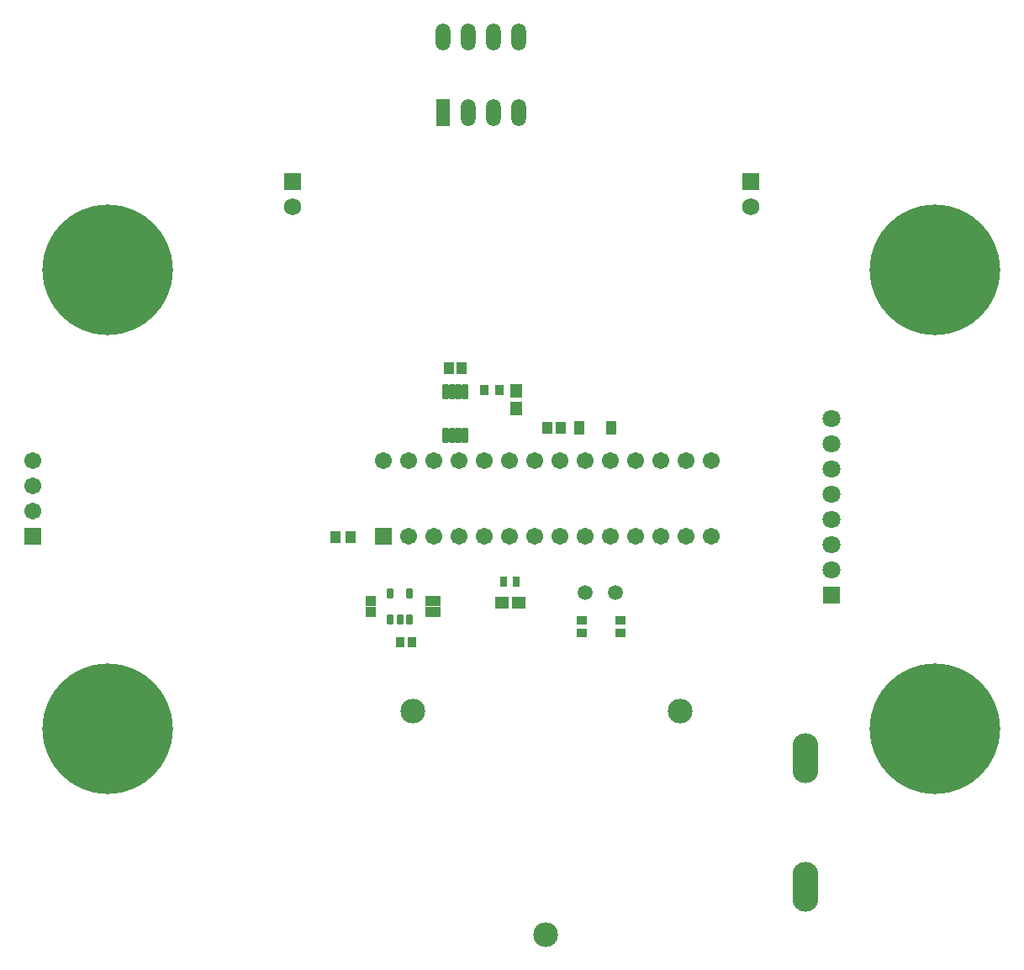
<source format=gts>
G04*
G04 #@! TF.GenerationSoftware,Altium Limited,Altium Designer,20.0.12 (288)*
G04*
G04 Layer_Color=8388736*
%FSLAX24Y24*%
%MOIN*%
G70*
G01*
G75*
%ADD17R,0.0434X0.0493*%
%ADD18R,0.0438X0.0560*%
%ADD19R,0.0356X0.0434*%
G04:AMPARAMS|DCode=20|XSize=25.7mil|YSize=61.1mil|CornerRadius=5.9mil|HoleSize=0mil|Usage=FLASHONLY|Rotation=0.000|XOffset=0mil|YOffset=0mil|HoleType=Round|Shape=RoundedRectangle|*
%AMROUNDEDRECTD20*
21,1,0.0257,0.0493,0,0,0.0*
21,1,0.0138,0.0611,0,0,0.0*
1,1,0.0119,0.0069,-0.0246*
1,1,0.0119,-0.0069,-0.0246*
1,1,0.0119,-0.0069,0.0246*
1,1,0.0119,0.0069,0.0246*
%
%ADD20ROUNDEDRECTD20*%
%ADD21R,0.0513X0.0572*%
%ADD22R,0.0415X0.0375*%
%ADD23R,0.0434X0.0474*%
%ADD24R,0.0572X0.0513*%
%ADD25R,0.0415X0.0415*%
G04:AMPARAMS|DCode=26|XSize=29.7mil|YSize=39.5mil|CornerRadius=5.9mil|HoleSize=0mil|Usage=FLASHONLY|Rotation=180.000|XOffset=0mil|YOffset=0mil|HoleType=Round|Shape=RoundedRectangle|*
%AMROUNDEDRECTD26*
21,1,0.0297,0.0276,0,0,180.0*
21,1,0.0178,0.0395,0,0,180.0*
1,1,0.0119,-0.0089,0.0138*
1,1,0.0119,0.0089,0.0138*
1,1,0.0119,0.0089,-0.0138*
1,1,0.0119,-0.0089,-0.0138*
%
%ADD26ROUNDEDRECTD26*%
%ADD27R,0.0375X0.0415*%
%ADD28R,0.0592X0.0434*%
%ADD29R,0.0395X0.0474*%
%ADD30R,0.0316X0.0395*%
%ADD31C,0.0710*%
%ADD32R,0.0710X0.0710*%
%ADD33R,0.0580X0.1080*%
%ADD34O,0.0580X0.1080*%
%ADD35R,0.0690X0.0690*%
%ADD36C,0.0690*%
%ADD37C,0.5180*%
%ADD38C,0.0674*%
%ADD39R,0.0674X0.0674*%
%ADD40O,0.1029X0.1978*%
%ADD41C,0.0982*%
%ADD42C,0.0592*%
%ADD43C,0.0671*%
%ADD44R,0.0671X0.0671*%
D17*
X21784Y32050D02*
D03*
X22316D02*
D03*
D18*
X24344D02*
D03*
X23056D02*
D03*
D19*
X19895Y33550D02*
D03*
X19305D02*
D03*
D20*
X17766Y31724D02*
D03*
X18022D02*
D03*
X18278D02*
D03*
X17766Y33476D02*
D03*
X18022D02*
D03*
X18278D02*
D03*
X18534D02*
D03*
Y31724D02*
D03*
D21*
X20550Y32815D02*
D03*
Y33485D02*
D03*
D22*
X24700Y24396D02*
D03*
Y23904D02*
D03*
X23150Y24396D02*
D03*
Y23904D02*
D03*
D23*
X18400Y34400D02*
D03*
X17888D02*
D03*
D24*
X19981Y25100D02*
D03*
X20650D02*
D03*
D25*
X14800Y25176D02*
D03*
Y24724D02*
D03*
D26*
X15576Y24448D02*
D03*
X15950D02*
D03*
X16324D02*
D03*
Y25452D02*
D03*
X15576D02*
D03*
D27*
X15954Y23550D02*
D03*
X16446D02*
D03*
D28*
X17250Y25167D02*
D03*
Y24733D02*
D03*
D29*
X13405Y27700D02*
D03*
X13995D02*
D03*
D30*
X20562Y25950D02*
D03*
X20050D02*
D03*
D31*
X33050Y32400D02*
D03*
Y31400D02*
D03*
Y29400D02*
D03*
Y27400D02*
D03*
Y26400D02*
D03*
Y28400D02*
D03*
Y30400D02*
D03*
D32*
Y25400D02*
D03*
D33*
X17650Y44550D02*
D03*
D34*
X18650D02*
D03*
X19650D02*
D03*
X20650D02*
D03*
X17650Y47550D02*
D03*
X18650D02*
D03*
X19650D02*
D03*
X20650D02*
D03*
D35*
X29850Y41800D02*
D03*
X11700D02*
D03*
D36*
X29850Y40800D02*
D03*
X11700D02*
D03*
D37*
X37150Y38300D02*
D03*
Y20100D02*
D03*
X4350Y38300D02*
D03*
Y20100D02*
D03*
D38*
X22300Y30750D02*
D03*
Y27750D02*
D03*
X21300D02*
D03*
X20300D02*
D03*
X19300D02*
D03*
X18300D02*
D03*
X17300D02*
D03*
X23300D02*
D03*
X24300D02*
D03*
X25300D02*
D03*
X26300D02*
D03*
X23300Y30750D02*
D03*
X24300D02*
D03*
X25300D02*
D03*
X26300D02*
D03*
X21300D02*
D03*
X20300D02*
D03*
X19300D02*
D03*
X18300D02*
D03*
X17300D02*
D03*
X16300Y27750D02*
D03*
Y30750D02*
D03*
X15300D02*
D03*
X27300Y27750D02*
D03*
Y30750D02*
D03*
X28300Y27750D02*
D03*
Y30750D02*
D03*
D39*
X15300Y27750D02*
D03*
D40*
X32018Y18934D02*
D03*
Y13835D02*
D03*
D41*
X27050Y20800D02*
D03*
X16471D02*
D03*
X21739Y11942D02*
D03*
D42*
X23290Y25500D02*
D03*
X24510D02*
D03*
D43*
X1400Y30750D02*
D03*
Y29750D02*
D03*
Y28750D02*
D03*
D44*
Y27750D02*
D03*
M02*

</source>
